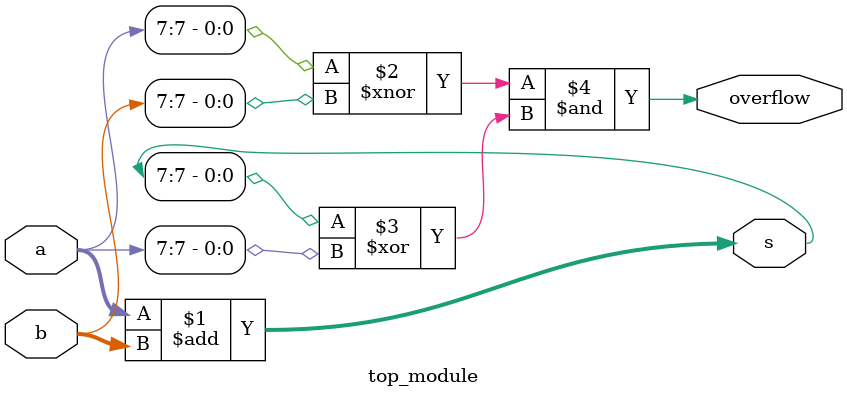
<source format=v>
module top_module (
    input [7:0] a,
    input [7:0] b,
    output [7:0] s,
    output overflow
);
 
    assign s = a + b;
    // 正+負一定不會overflow
    // 原本是正數，兩者相加若會overflow，那麼MSB一定會是1，負數一樣1->0。
    assign overflow = (a[7] ~^ b[7]) & (s[7] ^ a[7]);

endmodule

</source>
